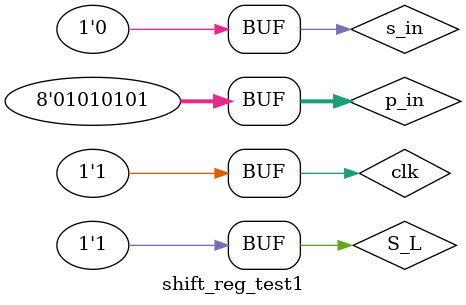
<source format=v>
`timescale 1ns / 1ps
module shift_reg_test1(

    );
    reg clk, S_L, s_in;
    reg[7:0] p_in;
    wire [7:0] Q;
    shift_reg test1 (
        .clk(clk),
        .S_L(S_L),
        .s_in(s_in),
        .p_in(p_in),
        .Q(Q[7:0])
    );
    initial begin
		// Initialize Inputs
		S_L = 0;
		s_in = 0;
		p_in = 0;

		#100;
        
		// Add stimulus here
		S_L = 0;
		s_in = 1;
		p_in =0;
        #200;
		S_L = 1;
		s_in = 0;
		p_in = 8'b0101_0101;
		#500;
	end
	always begin
		clk = 0; #20;
		clk = 1; #20;
	end

endmodule

</source>
